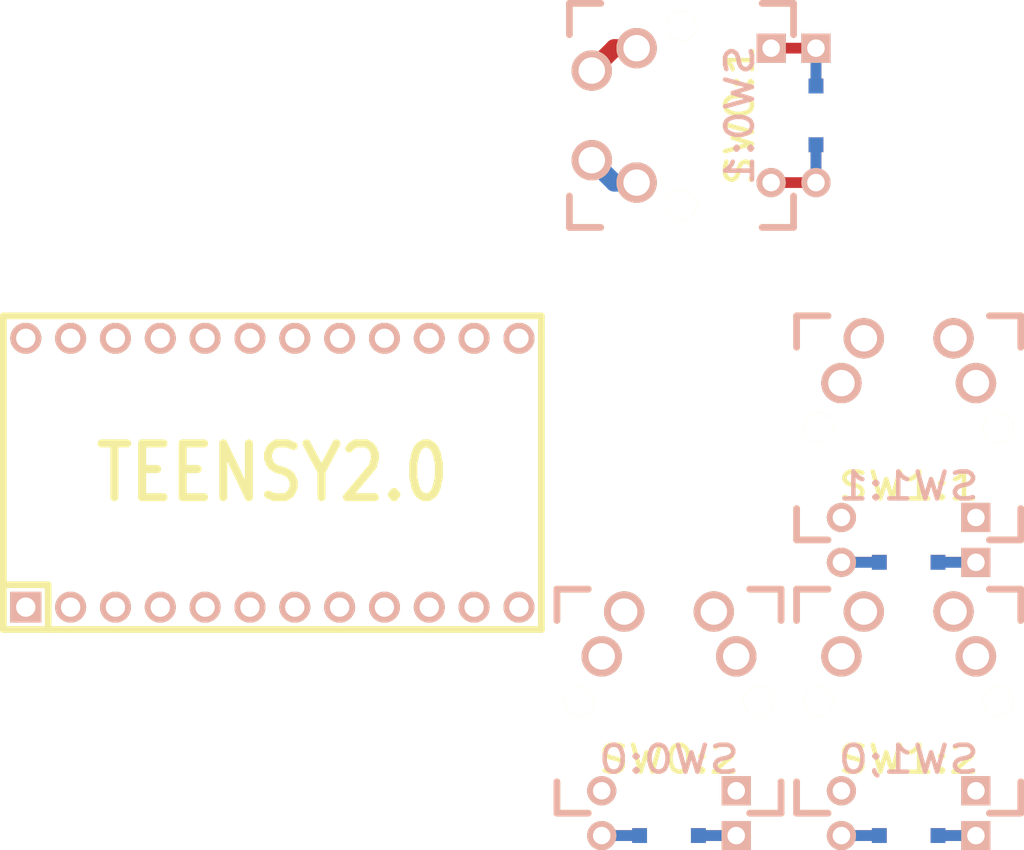
<source format=kicad_pcb>
(kicad_pcb (version 4) (host pcbnew "(after 2015-jan-16 BZR unknown)-brewed_product")

  (general
    (links 28)
    (no_connects 24)
    (area 177.038 87.439499 235.567002 136.140001)
    (thickness 1.6)
    (drawings 0)
    (tracks 6)
    (zones 0)
    (modules 5)
    (nets 9)
  )

  (page A4)
  (layers
    (0 F.Cu signal)
    (31 B.Cu signal)
    (32 B.Adhes user)
    (33 F.Adhes user)
    (34 B.Paste user)
    (35 F.Paste user)
    (36 B.SilkS user)
    (37 F.SilkS user)
    (38 B.Mask user)
    (39 F.Mask user)
    (40 Dwgs.User user)
    (41 Cmts.User user)
    (42 Eco1.User user)
    (43 Eco2.User user)
    (44 Edge.Cuts user)
    (45 Margin user)
    (46 B.CrtYd user)
    (47 F.CrtYd user)
    (48 B.Fab user)
    (49 F.Fab user)
  )

  (setup
    (last_trace_width 0.6096)
    (user_trace_width 0.6096)
    (user_trace_width 1.016)
    (trace_clearance 0.254)
    (zone_clearance 0.508)
    (zone_45_only no)
    (trace_min 0.254)
    (segment_width 0.2)
    (edge_width 0.1)
    (via_size 0.889)
    (via_drill 0.635)
    (via_min_size 0.889)
    (via_min_drill 0.508)
    (uvia_size 0.508)
    (uvia_drill 0.127)
    (uvias_allowed no)
    (uvia_min_size 0.508)
    (uvia_min_drill 0.127)
    (pcb_text_width 0.3)
    (pcb_text_size 1.5 1.5)
    (mod_edge_width 0.15)
    (mod_text_size 1 1)
    (mod_text_width 0.15)
    (pad_size 1.5 1.5)
    (pad_drill 0.6)
    (pad_to_mask_clearance 0)
    (aux_axis_origin 0 0)
    (visible_elements FFFFFF7F)
    (pcbplotparams
      (layerselection 0x00030_80000001)
      (usegerberextensions false)
      (excludeedgelayer true)
      (linewidth 0.100000)
      (plotframeref false)
      (viasonmask false)
      (mode 1)
      (useauxorigin false)
      (hpglpennumber 1)
      (hpglpenspeed 20)
      (hpglpendiameter 15)
      (hpglpenoverlay 2)
      (psnegative false)
      (psa4output false)
      (plotreference true)
      (plotvalue true)
      (plotinvisibletext false)
      (padsonsilk false)
      (subtractmaskfromsilk false)
      (outputformat 1)
      (mirror false)
      (drillshape 1)
      (scaleselection 1)
      (outputdirectory ""))
  )

  (net 0 "")
  (net 1 /ROW0)
  (net 2 "Net-(SW0:2-Pad2)")
  (net 3 /COL1)
  (net 4 /COL0)
  (net 5 /ROW1)
  (net 6 "Net-(SW1:2-Pad2)")
  (net 7 "Net-(SW0:1-Pad2)")
  (net 8 "Net-(SW1:1-Pad2)")

  (net_class Default "This is the default net class."
    (clearance 0.254)
    (trace_width 0.254)
    (via_dia 0.889)
    (via_drill 0.635)
    (uvia_dia 0.508)
    (uvia_drill 0.127)
    (add_net /COL0)
    (add_net /COL1)
    (add_net /ROW0)
    (add_net /ROW1)
    (add_net "Net-(SW0:1-Pad2)")
    (add_net "Net-(SW0:2-Pad2)")
    (add_net "Net-(SW1:1-Pad2)")
    (add_net "Net-(SW1:2-Pad2)")
  )

  (module footprints:MX_FLIP_DIODE (layer F.Cu) (tedit 550DD7AD) (tstamp 556E7B20)
    (at 215.9 94.234 90)
    (path /551350A1)
    (fp_text reference SW0:1 (at 0 3.302 90) (layer F.SilkS)
      (effects (font (size 1.524 1.778) (thickness 0.254)))
    )
    (fp_text value SW0:1 (at 0 3.302 90) (layer B.SilkS)
      (effects (font (size 1.524 1.778) (thickness 0.254)) (justify mirror))
    )
    (fp_line (start -6.35 -6.35) (end 6.35 -6.35) (layer Dwgs.User) (width 0.381))
    (fp_line (start 6.35 -6.35) (end 6.35 6.35) (layer Dwgs.User) (width 0.381))
    (fp_line (start 6.35 6.35) (end -6.35 6.35) (layer Dwgs.User) (width 0.381))
    (fp_line (start -6.35 6.35) (end -6.35 -6.35) (layer Dwgs.User) (width 0.381))
    (fp_line (start 0 0) (end 0 0) (layer Dwgs.User) (width 0.0254))
    (fp_line (start -6.35 -6.35) (end 6.35 -6.35) (layer Cmts.User) (width 0.381))
    (fp_line (start 6.35 -6.35) (end 6.35 6.35) (layer Cmts.User) (width 0.381))
    (fp_line (start 6.35 6.35) (end -6.35 6.35) (layer Cmts.User) (width 0.381))
    (fp_line (start -6.35 6.35) (end -6.35 -6.35) (layer Cmts.User) (width 0.381))
    (fp_line (start -6.35 -6.35) (end -4.572 -6.35) (layer F.SilkS) (width 0.381))
    (fp_line (start 4.572 -6.35) (end 6.35 -6.35) (layer F.SilkS) (width 0.381))
    (fp_line (start 6.35 -6.35) (end 6.35 -4.572) (layer F.SilkS) (width 0.381))
    (fp_line (start 6.35 4.572) (end 6.35 6.35) (layer F.SilkS) (width 0.381))
    (fp_line (start 6.35 6.35) (end 4.572 6.35) (layer F.SilkS) (width 0.381))
    (fp_line (start -4.572 6.35) (end -6.35 6.35) (layer F.SilkS) (width 0.381))
    (fp_line (start -6.35 6.35) (end -6.35 4.572) (layer F.SilkS) (width 0.381))
    (fp_line (start -6.35 -4.572) (end -6.35 -6.35) (layer F.SilkS) (width 0.381))
    (fp_line (start -6.35 -6.35) (end -4.572 -6.35) (layer B.SilkS) (width 0.381))
    (fp_line (start 4.572 -6.35) (end 6.35 -6.35) (layer B.SilkS) (width 0.381))
    (fp_line (start 6.35 -6.35) (end 6.35 -4.572) (layer B.SilkS) (width 0.381))
    (fp_line (start 6.35 4.572) (end 6.35 6.35) (layer B.SilkS) (width 0.381))
    (fp_line (start 6.35 6.35) (end 4.572 6.35) (layer B.SilkS) (width 0.381))
    (fp_line (start -4.572 6.35) (end -6.35 6.35) (layer B.SilkS) (width 0.381))
    (fp_line (start -6.35 6.35) (end -6.35 4.572) (layer B.SilkS) (width 0.381))
    (fp_line (start -6.35 -4.572) (end -6.35 -6.35) (layer B.SilkS) (width 0.381))
    (fp_line (start -3.81 7.62) (end -1.6637 7.62) (layer B.Cu) (width 0.6096))
    (fp_line (start 1.6637 7.62) (end 3.81 7.62) (layer B.Cu) (width 0.6096))
    (fp_line (start -3.81 7.62) (end -1.6637 7.62) (layer F.Cu) (width 0.6096))
    (fp_line (start 1.6637 7.62) (end 3.81 7.62) (layer F.Cu) (width 0.6096))
    (pad 1 thru_hole circle (at 2.54 -5.08 90) (size 2.286 2.286) (drill 1.4986) (layers *.Cu *.SilkS *.Mask)
      (net 1 /ROW0))
    (pad 2 thru_hole circle (at -3.81 -2.54 90) (size 2.286 2.286) (drill 1.4986) (layers *.Cu *.SilkS *.Mask)
      (net 7 "Net-(SW0:1-Pad2)"))
    (pad "" np_thru_hole circle (at 0 0 90) (size 3.9878 3.9878) (drill 3.9878) (layers *.Cu)
      (solder_mask_margin -0.254) (zone_connect 2))
    (pad "" np_thru_hole circle (at -5.08 0 90) (size 1.7018 1.7018) (drill 1.7018) (layers *.Cu *.Mask F.SilkS)
      (solder_mask_margin -0.254) (zone_connect 2))
    (pad "" np_thru_hole circle (at 5.08 0 90) (size 1.7018 1.7018) (drill 1.7018) (layers *.Cu *.Mask F.SilkS)
      (solder_mask_margin -0.254) (zone_connect 2))
    (pad 1 thru_hole circle (at 3.81 -2.54 90) (size 2.286 2.286) (drill 1.4986) (layers *.Cu *.SilkS *.Mask)
      (net 1 /ROW0))
    (pad 2 thru_hole circle (at -2.54 -5.08 90) (size 2.286 2.286) (drill 1.4986) (layers *.Cu *.SilkS *.Mask)
      (net 7 "Net-(SW0:1-Pad2)"))
    (pad 3 thru_hole circle (at -3.81 5.08 90) (size 1.651 1.651) (drill 0.9906) (layers *.Cu *.SilkS *.Mask)
      (net 7 "Net-(SW0:1-Pad2)"))
    (pad 4 thru_hole rect (at 3.81 5.08 90) (size 1.651 1.651) (drill 0.9906) (layers *.Cu *.SilkS *.Mask)
      (net 3 /COL1))
    (pad 3 thru_hole circle (at -3.81 7.62 90) (size 1.651 1.651) (drill 0.9906) (layers *.Cu *.SilkS *.Mask)
      (net 7 "Net-(SW0:1-Pad2)"))
    (pad 4 thru_hole rect (at 3.81 7.62 90) (size 1.651 1.651) (drill 0.9906) (layers *.Cu *.SilkS *.Mask)
      (net 3 /COL1))
    (pad 99 smd rect (at -1.6637 7.62 90) (size 0.8382 0.8382) (layers F.Cu F.Paste F.Mask))
    (pad 99 smd rect (at -1.6637 7.62 90) (size 0.8382 0.8382) (layers B.Cu B.Paste B.Mask))
    (pad 99 smd rect (at 1.6637 7.62 90) (size 0.8382 0.8382) (layers F.Cu F.Paste F.Mask))
    (pad 99 smd rect (at 1.6637 7.62 90) (size 0.8382 0.8382) (layers B.Cu B.Paste B.Mask))
  )

  (module footprints:MX_FLIP_DIODE (layer F.Cu) (tedit 550DD7AD) (tstamp 556E78B4)
    (at 215.192501 127.440501)
    (path /551350A7)
    (fp_text reference SW0:2 (at 0 3.302) (layer F.SilkS)
      (effects (font (size 1.524 1.778) (thickness 0.254)))
    )
    (fp_text value SW0:0 (at 0 3.302) (layer B.SilkS)
      (effects (font (size 1.524 1.778) (thickness 0.254)) (justify mirror))
    )
    (fp_line (start -6.35 -6.35) (end 6.35 -6.35) (layer Dwgs.User) (width 0.381))
    (fp_line (start 6.35 -6.35) (end 6.35 6.35) (layer Dwgs.User) (width 0.381))
    (fp_line (start 6.35 6.35) (end -6.35 6.35) (layer Dwgs.User) (width 0.381))
    (fp_line (start -6.35 6.35) (end -6.35 -6.35) (layer Dwgs.User) (width 0.381))
    (fp_line (start 0 0) (end 0 0) (layer Dwgs.User) (width 0.0254))
    (fp_line (start -6.35 -6.35) (end 6.35 -6.35) (layer Cmts.User) (width 0.381))
    (fp_line (start 6.35 -6.35) (end 6.35 6.35) (layer Cmts.User) (width 0.381))
    (fp_line (start 6.35 6.35) (end -6.35 6.35) (layer Cmts.User) (width 0.381))
    (fp_line (start -6.35 6.35) (end -6.35 -6.35) (layer Cmts.User) (width 0.381))
    (fp_line (start -6.35 -6.35) (end -4.572 -6.35) (layer F.SilkS) (width 0.381))
    (fp_line (start 4.572 -6.35) (end 6.35 -6.35) (layer F.SilkS) (width 0.381))
    (fp_line (start 6.35 -6.35) (end 6.35 -4.572) (layer F.SilkS) (width 0.381))
    (fp_line (start 6.35 4.572) (end 6.35 6.35) (layer F.SilkS) (width 0.381))
    (fp_line (start 6.35 6.35) (end 4.572 6.35) (layer F.SilkS) (width 0.381))
    (fp_line (start -4.572 6.35) (end -6.35 6.35) (layer F.SilkS) (width 0.381))
    (fp_line (start -6.35 6.35) (end -6.35 4.572) (layer F.SilkS) (width 0.381))
    (fp_line (start -6.35 -4.572) (end -6.35 -6.35) (layer F.SilkS) (width 0.381))
    (fp_line (start -6.35 -6.35) (end -4.572 -6.35) (layer B.SilkS) (width 0.381))
    (fp_line (start 4.572 -6.35) (end 6.35 -6.35) (layer B.SilkS) (width 0.381))
    (fp_line (start 6.35 -6.35) (end 6.35 -4.572) (layer B.SilkS) (width 0.381))
    (fp_line (start 6.35 4.572) (end 6.35 6.35) (layer B.SilkS) (width 0.381))
    (fp_line (start 6.35 6.35) (end 4.572 6.35) (layer B.SilkS) (width 0.381))
    (fp_line (start -4.572 6.35) (end -6.35 6.35) (layer B.SilkS) (width 0.381))
    (fp_line (start -6.35 6.35) (end -6.35 4.572) (layer B.SilkS) (width 0.381))
    (fp_line (start -6.35 -4.572) (end -6.35 -6.35) (layer B.SilkS) (width 0.381))
    (fp_line (start -3.81 7.62) (end -1.6637 7.62) (layer B.Cu) (width 0.6096))
    (fp_line (start 1.6637 7.62) (end 3.81 7.62) (layer B.Cu) (width 0.6096))
    (fp_line (start -3.81 7.62) (end -1.6637 7.62) (layer F.Cu) (width 0.6096))
    (fp_line (start 1.6637 7.62) (end 3.81 7.62) (layer F.Cu) (width 0.6096))
    (pad 1 thru_hole circle (at 2.54 -5.08) (size 2.286 2.286) (drill 1.4986) (layers *.Cu *.SilkS *.Mask)
      (net 1 /ROW0))
    (pad 2 thru_hole circle (at -3.81 -2.54) (size 2.286 2.286) (drill 1.4986) (layers *.Cu *.SilkS *.Mask)
      (net 2 "Net-(SW0:2-Pad2)"))
    (pad "" np_thru_hole circle (at 0 0) (size 3.9878 3.9878) (drill 3.9878) (layers *.Cu)
      (solder_mask_margin -0.254) (zone_connect 2))
    (pad "" np_thru_hole circle (at -5.08 0) (size 1.7018 1.7018) (drill 1.7018) (layers *.Cu *.Mask F.SilkS)
      (solder_mask_margin -0.254) (zone_connect 2))
    (pad "" np_thru_hole circle (at 5.08 0) (size 1.7018 1.7018) (drill 1.7018) (layers *.Cu *.Mask F.SilkS)
      (solder_mask_margin -0.254) (zone_connect 2))
    (pad 1 thru_hole circle (at 3.81 -2.54) (size 2.286 2.286) (drill 1.4986) (layers *.Cu *.SilkS *.Mask)
      (net 1 /ROW0))
    (pad 2 thru_hole circle (at -2.54 -5.08) (size 2.286 2.286) (drill 1.4986) (layers *.Cu *.SilkS *.Mask)
      (net 2 "Net-(SW0:2-Pad2)"))
    (pad 3 thru_hole circle (at -3.81 5.08) (size 1.651 1.651) (drill 0.9906) (layers *.Cu *.SilkS *.Mask)
      (net 2 "Net-(SW0:2-Pad2)"))
    (pad 4 thru_hole rect (at 3.81 5.08) (size 1.651 1.651) (drill 0.9906) (layers *.Cu *.SilkS *.Mask)
      (net 4 /COL0))
    (pad 3 thru_hole circle (at -3.81 7.62) (size 1.651 1.651) (drill 0.9906) (layers *.Cu *.SilkS *.Mask)
      (net 2 "Net-(SW0:2-Pad2)"))
    (pad 4 thru_hole rect (at 3.81 7.62) (size 1.651 1.651) (drill 0.9906) (layers *.Cu *.SilkS *.Mask)
      (net 4 /COL0))
    (pad 99 smd rect (at -1.6637 7.62) (size 0.8382 0.8382) (layers F.Cu F.Paste F.Mask))
    (pad 99 smd rect (at -1.6637 7.62) (size 0.8382 0.8382) (layers B.Cu B.Paste B.Mask))
    (pad 99 smd rect (at 1.6637 7.62) (size 0.8382 0.8382) (layers F.Cu F.Paste F.Mask))
    (pad 99 smd rect (at 1.6637 7.62) (size 0.8382 0.8382) (layers B.Cu B.Paste B.Mask))
  )

  (module footprints:MX_FLIP_DIODE (layer F.Cu) (tedit 550DD7AD) (tstamp 556E78E4)
    (at 228.772501 111.950501)
    (path /55134F03)
    (fp_text reference SW1:1 (at 0 3.302) (layer F.SilkS)
      (effects (font (size 1.524 1.778) (thickness 0.254)))
    )
    (fp_text value SW1:1 (at 0 3.302) (layer B.SilkS)
      (effects (font (size 1.524 1.778) (thickness 0.254)) (justify mirror))
    )
    (fp_line (start -6.35 -6.35) (end 6.35 -6.35) (layer Dwgs.User) (width 0.381))
    (fp_line (start 6.35 -6.35) (end 6.35 6.35) (layer Dwgs.User) (width 0.381))
    (fp_line (start 6.35 6.35) (end -6.35 6.35) (layer Dwgs.User) (width 0.381))
    (fp_line (start -6.35 6.35) (end -6.35 -6.35) (layer Dwgs.User) (width 0.381))
    (fp_line (start 0 0) (end 0 0) (layer Dwgs.User) (width 0.0254))
    (fp_line (start -6.35 -6.35) (end 6.35 -6.35) (layer Cmts.User) (width 0.381))
    (fp_line (start 6.35 -6.35) (end 6.35 6.35) (layer Cmts.User) (width 0.381))
    (fp_line (start 6.35 6.35) (end -6.35 6.35) (layer Cmts.User) (width 0.381))
    (fp_line (start -6.35 6.35) (end -6.35 -6.35) (layer Cmts.User) (width 0.381))
    (fp_line (start -6.35 -6.35) (end -4.572 -6.35) (layer F.SilkS) (width 0.381))
    (fp_line (start 4.572 -6.35) (end 6.35 -6.35) (layer F.SilkS) (width 0.381))
    (fp_line (start 6.35 -6.35) (end 6.35 -4.572) (layer F.SilkS) (width 0.381))
    (fp_line (start 6.35 4.572) (end 6.35 6.35) (layer F.SilkS) (width 0.381))
    (fp_line (start 6.35 6.35) (end 4.572 6.35) (layer F.SilkS) (width 0.381))
    (fp_line (start -4.572 6.35) (end -6.35 6.35) (layer F.SilkS) (width 0.381))
    (fp_line (start -6.35 6.35) (end -6.35 4.572) (layer F.SilkS) (width 0.381))
    (fp_line (start -6.35 -4.572) (end -6.35 -6.35) (layer F.SilkS) (width 0.381))
    (fp_line (start -6.35 -6.35) (end -4.572 -6.35) (layer B.SilkS) (width 0.381))
    (fp_line (start 4.572 -6.35) (end 6.35 -6.35) (layer B.SilkS) (width 0.381))
    (fp_line (start 6.35 -6.35) (end 6.35 -4.572) (layer B.SilkS) (width 0.381))
    (fp_line (start 6.35 4.572) (end 6.35 6.35) (layer B.SilkS) (width 0.381))
    (fp_line (start 6.35 6.35) (end 4.572 6.35) (layer B.SilkS) (width 0.381))
    (fp_line (start -4.572 6.35) (end -6.35 6.35) (layer B.SilkS) (width 0.381))
    (fp_line (start -6.35 6.35) (end -6.35 4.572) (layer B.SilkS) (width 0.381))
    (fp_line (start -6.35 -4.572) (end -6.35 -6.35) (layer B.SilkS) (width 0.381))
    (fp_line (start -3.81 7.62) (end -1.6637 7.62) (layer B.Cu) (width 0.6096))
    (fp_line (start 1.6637 7.62) (end 3.81 7.62) (layer B.Cu) (width 0.6096))
    (fp_line (start -3.81 7.62) (end -1.6637 7.62) (layer F.Cu) (width 0.6096))
    (fp_line (start 1.6637 7.62) (end 3.81 7.62) (layer F.Cu) (width 0.6096))
    (pad 1 thru_hole circle (at 2.54 -5.08) (size 2.286 2.286) (drill 1.4986) (layers *.Cu *.SilkS *.Mask)
      (net 5 /ROW1))
    (pad 2 thru_hole circle (at -3.81 -2.54) (size 2.286 2.286) (drill 1.4986) (layers *.Cu *.SilkS *.Mask)
      (net 8 "Net-(SW1:1-Pad2)"))
    (pad "" np_thru_hole circle (at 0 0) (size 3.9878 3.9878) (drill 3.9878) (layers *.Cu)
      (solder_mask_margin -0.254) (zone_connect 2))
    (pad "" np_thru_hole circle (at -5.08 0) (size 1.7018 1.7018) (drill 1.7018) (layers *.Cu *.Mask F.SilkS)
      (solder_mask_margin -0.254) (zone_connect 2))
    (pad "" np_thru_hole circle (at 5.08 0) (size 1.7018 1.7018) (drill 1.7018) (layers *.Cu *.Mask F.SilkS)
      (solder_mask_margin -0.254) (zone_connect 2))
    (pad 1 thru_hole circle (at 3.81 -2.54) (size 2.286 2.286) (drill 1.4986) (layers *.Cu *.SilkS *.Mask)
      (net 5 /ROW1))
    (pad 2 thru_hole circle (at -2.54 -5.08) (size 2.286 2.286) (drill 1.4986) (layers *.Cu *.SilkS *.Mask)
      (net 8 "Net-(SW1:1-Pad2)"))
    (pad 3 thru_hole circle (at -3.81 5.08) (size 1.651 1.651) (drill 0.9906) (layers *.Cu *.SilkS *.Mask)
      (net 8 "Net-(SW1:1-Pad2)"))
    (pad 4 thru_hole rect (at 3.81 5.08) (size 1.651 1.651) (drill 0.9906) (layers *.Cu *.SilkS *.Mask)
      (net 3 /COL1))
    (pad 3 thru_hole circle (at -3.81 7.62) (size 1.651 1.651) (drill 0.9906) (layers *.Cu *.SilkS *.Mask)
      (net 8 "Net-(SW1:1-Pad2)"))
    (pad 4 thru_hole rect (at 3.81 7.62) (size 1.651 1.651) (drill 0.9906) (layers *.Cu *.SilkS *.Mask)
      (net 3 /COL1))
    (pad 99 smd rect (at -1.6637 7.62) (size 0.8382 0.8382) (layers F.Cu F.Paste F.Mask))
    (pad 99 smd rect (at -1.6637 7.62) (size 0.8382 0.8382) (layers B.Cu B.Paste B.Mask))
    (pad 99 smd rect (at 1.6637 7.62) (size 0.8382 0.8382) (layers F.Cu F.Paste F.Mask))
    (pad 99 smd rect (at 1.6637 7.62) (size 0.8382 0.8382) (layers B.Cu B.Paste B.Mask))
  )

  (module footprints:MX_FLIP_DIODE (layer F.Cu) (tedit 550DD7AD) (tstamp 556E7914)
    (at 228.772501 127.440501)
    (path /55134F46)
    (fp_text reference SW1:2 (at 0 3.302) (layer F.SilkS)
      (effects (font (size 1.524 1.778) (thickness 0.254)))
    )
    (fp_text value SW1;0 (at 0 3.302) (layer B.SilkS)
      (effects (font (size 1.524 1.778) (thickness 0.254)) (justify mirror))
    )
    (fp_line (start -6.35 -6.35) (end 6.35 -6.35) (layer Dwgs.User) (width 0.381))
    (fp_line (start 6.35 -6.35) (end 6.35 6.35) (layer Dwgs.User) (width 0.381))
    (fp_line (start 6.35 6.35) (end -6.35 6.35) (layer Dwgs.User) (width 0.381))
    (fp_line (start -6.35 6.35) (end -6.35 -6.35) (layer Dwgs.User) (width 0.381))
    (fp_line (start 0 0) (end 0 0) (layer Dwgs.User) (width 0.0254))
    (fp_line (start -6.35 -6.35) (end 6.35 -6.35) (layer Cmts.User) (width 0.381))
    (fp_line (start 6.35 -6.35) (end 6.35 6.35) (layer Cmts.User) (width 0.381))
    (fp_line (start 6.35 6.35) (end -6.35 6.35) (layer Cmts.User) (width 0.381))
    (fp_line (start -6.35 6.35) (end -6.35 -6.35) (layer Cmts.User) (width 0.381))
    (fp_line (start -6.35 -6.35) (end -4.572 -6.35) (layer F.SilkS) (width 0.381))
    (fp_line (start 4.572 -6.35) (end 6.35 -6.35) (layer F.SilkS) (width 0.381))
    (fp_line (start 6.35 -6.35) (end 6.35 -4.572) (layer F.SilkS) (width 0.381))
    (fp_line (start 6.35 4.572) (end 6.35 6.35) (layer F.SilkS) (width 0.381))
    (fp_line (start 6.35 6.35) (end 4.572 6.35) (layer F.SilkS) (width 0.381))
    (fp_line (start -4.572 6.35) (end -6.35 6.35) (layer F.SilkS) (width 0.381))
    (fp_line (start -6.35 6.35) (end -6.35 4.572) (layer F.SilkS) (width 0.381))
    (fp_line (start -6.35 -4.572) (end -6.35 -6.35) (layer F.SilkS) (width 0.381))
    (fp_line (start -6.35 -6.35) (end -4.572 -6.35) (layer B.SilkS) (width 0.381))
    (fp_line (start 4.572 -6.35) (end 6.35 -6.35) (layer B.SilkS) (width 0.381))
    (fp_line (start 6.35 -6.35) (end 6.35 -4.572) (layer B.SilkS) (width 0.381))
    (fp_line (start 6.35 4.572) (end 6.35 6.35) (layer B.SilkS) (width 0.381))
    (fp_line (start 6.35 6.35) (end 4.572 6.35) (layer B.SilkS) (width 0.381))
    (fp_line (start -4.572 6.35) (end -6.35 6.35) (layer B.SilkS) (width 0.381))
    (fp_line (start -6.35 6.35) (end -6.35 4.572) (layer B.SilkS) (width 0.381))
    (fp_line (start -6.35 -4.572) (end -6.35 -6.35) (layer B.SilkS) (width 0.381))
    (fp_line (start -3.81 7.62) (end -1.6637 7.62) (layer B.Cu) (width 0.6096))
    (fp_line (start 1.6637 7.62) (end 3.81 7.62) (layer B.Cu) (width 0.6096))
    (fp_line (start -3.81 7.62) (end -1.6637 7.62) (layer F.Cu) (width 0.6096))
    (fp_line (start 1.6637 7.62) (end 3.81 7.62) (layer F.Cu) (width 0.6096))
    (pad 1 thru_hole circle (at 2.54 -5.08) (size 2.286 2.286) (drill 1.4986) (layers *.Cu *.SilkS *.Mask)
      (net 5 /ROW1))
    (pad 2 thru_hole circle (at -3.81 -2.54) (size 2.286 2.286) (drill 1.4986) (layers *.Cu *.SilkS *.Mask)
      (net 6 "Net-(SW1:2-Pad2)"))
    (pad "" np_thru_hole circle (at 0 0) (size 3.9878 3.9878) (drill 3.9878) (layers *.Cu)
      (solder_mask_margin -0.254) (zone_connect 2))
    (pad "" np_thru_hole circle (at -5.08 0) (size 1.7018 1.7018) (drill 1.7018) (layers *.Cu *.Mask F.SilkS)
      (solder_mask_margin -0.254) (zone_connect 2))
    (pad "" np_thru_hole circle (at 5.08 0) (size 1.7018 1.7018) (drill 1.7018) (layers *.Cu *.Mask F.SilkS)
      (solder_mask_margin -0.254) (zone_connect 2))
    (pad 1 thru_hole circle (at 3.81 -2.54) (size 2.286 2.286) (drill 1.4986) (layers *.Cu *.SilkS *.Mask)
      (net 5 /ROW1))
    (pad 2 thru_hole circle (at -2.54 -5.08) (size 2.286 2.286) (drill 1.4986) (layers *.Cu *.SilkS *.Mask)
      (net 6 "Net-(SW1:2-Pad2)"))
    (pad 3 thru_hole circle (at -3.81 5.08) (size 1.651 1.651) (drill 0.9906) (layers *.Cu *.SilkS *.Mask)
      (net 6 "Net-(SW1:2-Pad2)"))
    (pad 4 thru_hole rect (at 3.81 5.08) (size 1.651 1.651) (drill 0.9906) (layers *.Cu *.SilkS *.Mask)
      (net 4 /COL0))
    (pad 3 thru_hole circle (at -3.81 7.62) (size 1.651 1.651) (drill 0.9906) (layers *.Cu *.SilkS *.Mask)
      (net 6 "Net-(SW1:2-Pad2)"))
    (pad 4 thru_hole rect (at 3.81 7.62) (size 1.651 1.651) (drill 0.9906) (layers *.Cu *.SilkS *.Mask)
      (net 4 /COL0))
    (pad 99 smd rect (at -1.6637 7.62) (size 0.8382 0.8382) (layers F.Cu F.Paste F.Mask))
    (pad 99 smd rect (at -1.6637 7.62) (size 0.8382 0.8382) (layers B.Cu B.Paste B.Mask))
    (pad 99 smd rect (at 1.6637 7.62) (size 0.8382 0.8382) (layers F.Cu F.Paste F.Mask))
    (pad 99 smd rect (at 1.6637 7.62) (size 0.8382 0.8382) (layers B.Cu B.Paste B.Mask))
  )

  (module footprint:TEENSY_2.0 (layer F.Cu) (tedit 4FDC31C8) (tstamp 556E793F)
    (at 192.722501 114.490501)
    (path /556E74BF)
    (fp_text reference U1 (at 0 0) (layer F.SilkS) hide
      (effects (font (size 3.048 2.54) (thickness 0.4572)))
    )
    (fp_text value TEENSY2.0 (at 0 0) (layer F.SilkS)
      (effects (font (size 3.048 2.54) (thickness 0.4572)))
    )
    (fp_line (start -15.24 -8.89) (end -15.24 8.89) (layer Dwgs.User) (width 0.381))
    (fp_line (start -15.24 8.89) (end 15.24 8.89) (layer Dwgs.User) (width 0.381))
    (fp_line (start 15.24 8.89) (end 15.24 -8.89) (layer Dwgs.User) (width 0.381))
    (fp_line (start 15.24 -8.89) (end -15.24 -8.89) (layer Dwgs.User) (width 0.381))
    (fp_line (start 0 0) (end 0 0) (layer Dwgs.User) (width 0.0254))
    (fp_line (start -15.24 -8.89) (end -15.24 8.89) (layer Cmts.User) (width 0.381))
    (fp_line (start -15.24 8.89) (end 15.24 8.89) (layer Cmts.User) (width 0.381))
    (fp_line (start 15.24 8.89) (end 15.24 -8.89) (layer Cmts.User) (width 0.381))
    (fp_line (start 15.24 -8.89) (end -15.24 -8.89) (layer Cmts.User) (width 0.381))
    (fp_line (start -15.24 -8.89) (end -15.24 8.89) (layer F.SilkS) (width 0.381))
    (fp_line (start -15.24 8.89) (end 15.24 8.89) (layer F.SilkS) (width 0.381))
    (fp_line (start 15.24 8.89) (end 15.24 -8.89) (layer F.SilkS) (width 0.381))
    (fp_line (start 15.24 -8.89) (end -15.24 -8.89) (layer F.SilkS) (width 0.381))
    (fp_line (start -15.24 6.35) (end -12.7 6.35) (layer F.SilkS) (width 0.381))
    (fp_line (start -12.7 6.35) (end -12.7 8.89) (layer F.SilkS) (width 0.381))
    (pad 1 thru_hole rect (at -13.97 7.62) (size 1.7526 1.7526) (drill 1.0922) (layers *.Cu *.SilkS *.Mask))
    (pad 2 thru_hole circle (at -11.43 7.62) (size 1.7526 1.7526) (drill 1.0922) (layers *.Cu *.SilkS *.Mask)
      (net 5 /ROW1))
    (pad 3 thru_hole circle (at -8.89 7.62) (size 1.7526 1.7526) (drill 1.0922) (layers *.Cu *.SilkS *.Mask)
      (net 1 /ROW0))
    (pad 4 thru_hole circle (at -6.35 7.62) (size 1.7526 1.7526) (drill 1.0922) (layers *.Cu *.SilkS *.Mask)
      (net 3 /COL1))
    (pad 5 thru_hole circle (at -3.81 7.62) (size 1.7526 1.7526) (drill 1.0922) (layers *.Cu *.SilkS *.Mask)
      (net 4 /COL0))
    (pad 6 thru_hole circle (at -1.27 7.62) (size 1.7526 1.7526) (drill 1.0922) (layers *.Cu *.SilkS *.Mask))
    (pad 7 thru_hole circle (at 1.27 7.62) (size 1.7526 1.7526) (drill 1.0922) (layers *.Cu *.SilkS *.Mask))
    (pad 8 thru_hole circle (at 3.81 7.62) (size 1.7526 1.7526) (drill 1.0922) (layers *.Cu *.SilkS *.Mask))
    (pad 9 thru_hole circle (at 6.35 7.62) (size 1.7526 1.7526) (drill 1.0922) (layers *.Cu *.SilkS *.Mask))
    (pad 10 thru_hole circle (at 8.89 7.62) (size 1.7526 1.7526) (drill 1.0922) (layers *.Cu *.SilkS *.Mask))
    (pad 11 thru_hole circle (at 11.43 7.62) (size 1.7526 1.7526) (drill 1.0922) (layers *.Cu *.SilkS *.Mask))
    (pad 12 thru_hole circle (at 13.97 7.62) (size 1.7526 1.7526) (drill 1.0922) (layers *.Cu *.SilkS *.Mask))
    (pad 18 thru_hole circle (at 13.97 -7.62) (size 1.7526 1.7526) (drill 1.0922) (layers *.Cu *.SilkS *.Mask))
    (pad 19 thru_hole circle (at 11.43 -7.62) (size 1.7526 1.7526) (drill 1.0922) (layers *.Cu *.SilkS *.Mask))
    (pad 20 thru_hole circle (at 8.89 -7.62) (size 1.7526 1.7526) (drill 1.0922) (layers *.Cu *.SilkS *.Mask))
    (pad 21 thru_hole circle (at 6.35 -7.62) (size 1.7526 1.7526) (drill 1.0922) (layers *.Cu *.SilkS *.Mask))
    (pad 22 thru_hole circle (at 3.81 -7.62) (size 1.7526 1.7526) (drill 1.0922) (layers *.Cu *.SilkS *.Mask))
    (pad 23 thru_hole circle (at 1.27 -7.62) (size 1.7526 1.7526) (drill 1.0922) (layers *.Cu *.SilkS *.Mask))
    (pad 24 thru_hole circle (at -1.27 -7.62) (size 1.7526 1.7526) (drill 1.0922) (layers *.Cu *.SilkS *.Mask))
    (pad 27 thru_hole circle (at -8.89 -7.62) (size 1.7526 1.7526) (drill 1.0922) (layers *.Cu *.SilkS *.Mask))
    (pad 28 thru_hole circle (at -11.43 -7.62) (size 1.7526 1.7526) (drill 1.0922) (layers *.Cu *.SilkS *.Mask))
    (pad 29 thru_hole circle (at -13.97 -7.62) (size 1.7526 1.7526) (drill 1.0922) (layers *.Cu *.SilkS *.Mask))
    (pad 25 thru_hole circle (at -3.81 -7.62) (size 1.7526 1.7526) (drill 1.0922) (layers *.Cu *.SilkS *.Mask))
    (pad 26 thru_hole circle (at -6.35 -7.62) (size 1.7526 1.7526) (drill 1.0922) (layers *.Cu *.SilkS *.Mask))
  )

  (segment (start 213.36 90.424) (end 212.09 90.424) (width 1.016) (layer F.Cu) (net 1) (status 400000))
  (segment (start 212.09 90.424) (end 210.82 91.694) (width 1.016) (layer F.Cu) (net 1) (tstamp 556F1BEC) (status 800000))
  (segment (start 220.98 90.424) (end 223.52 90.424) (width 0.6096) (layer F.Cu) (net 3) (status C00000))
  (segment (start 220.98 98.044) (end 223.52 98.044) (width 0.6096) (layer F.Cu) (net 7) (status C00000))
  (segment (start 213.36 98.044) (end 212.09 98.044) (width 1.016) (layer B.Cu) (net 7) (status 400000))
  (segment (start 212.09 98.044) (end 210.82 96.774) (width 1.016) (layer B.Cu) (net 7) (tstamp 556F1BF5) (status 800000))

)

</source>
